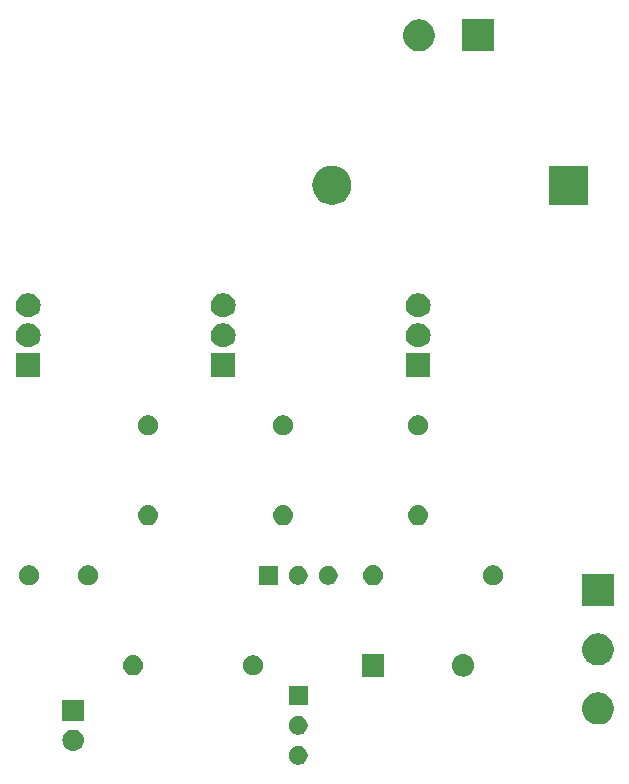
<source format=gbr>
G04 #@! TF.GenerationSoftware,KiCad,Pcbnew,(5.0.2)-1*
G04 #@! TF.CreationDate,2019-07-24T01:21:19+02:00*
G04 #@! TF.ProjectId,Cern2,4365726e-322e-46b6-9963-61645f706362,rev?*
G04 #@! TF.SameCoordinates,Original*
G04 #@! TF.FileFunction,Soldermask,Bot*
G04 #@! TF.FilePolarity,Negative*
%FSLAX46Y46*%
G04 Gerber Fmt 4.6, Leading zero omitted, Abs format (unit mm)*
G04 Created by KiCad (PCBNEW (5.0.2)-1) date 24/07/2019 01:21:19*
%MOMM*%
%LPD*%
G01*
G04 APERTURE LIST*
%ADD10C,0.100000*%
G04 APERTURE END LIST*
D10*
G36*
X92943643Y-86859781D02*
X93089415Y-86920162D01*
X93220611Y-87007824D01*
X93332176Y-87119389D01*
X93419838Y-87250585D01*
X93480219Y-87396357D01*
X93511000Y-87551107D01*
X93511000Y-87708893D01*
X93480219Y-87863643D01*
X93419838Y-88009415D01*
X93332176Y-88140611D01*
X93220611Y-88252176D01*
X93089415Y-88339838D01*
X92943643Y-88400219D01*
X92788893Y-88431000D01*
X92631107Y-88431000D01*
X92476357Y-88400219D01*
X92330585Y-88339838D01*
X92199389Y-88252176D01*
X92087824Y-88140611D01*
X92000162Y-88009415D01*
X91939781Y-87863643D01*
X91909000Y-87708893D01*
X91909000Y-87551107D01*
X91939781Y-87396357D01*
X92000162Y-87250585D01*
X92087824Y-87119389D01*
X92199389Y-87007824D01*
X92330585Y-86920162D01*
X92476357Y-86859781D01*
X92631107Y-86829000D01*
X92788893Y-86829000D01*
X92943643Y-86859781D01*
X92943643Y-86859781D01*
G37*
G36*
X73770442Y-85465518D02*
X73836627Y-85472037D01*
X73949853Y-85506384D01*
X74006467Y-85523557D01*
X74145087Y-85597652D01*
X74162991Y-85607222D01*
X74198729Y-85636552D01*
X74300186Y-85719814D01*
X74365858Y-85799837D01*
X74412778Y-85857009D01*
X74412779Y-85857011D01*
X74496443Y-86013533D01*
X74496443Y-86013534D01*
X74547963Y-86183373D01*
X74565359Y-86360000D01*
X74547963Y-86536627D01*
X74513616Y-86649853D01*
X74496443Y-86706467D01*
X74430947Y-86829000D01*
X74412778Y-86862991D01*
X74383448Y-86898729D01*
X74300186Y-87000186D01*
X74198729Y-87083448D01*
X74162991Y-87112778D01*
X74162989Y-87112779D01*
X74006467Y-87196443D01*
X73949853Y-87213616D01*
X73836627Y-87247963D01*
X73770442Y-87254482D01*
X73704260Y-87261000D01*
X73615740Y-87261000D01*
X73549558Y-87254482D01*
X73483373Y-87247963D01*
X73370147Y-87213616D01*
X73313533Y-87196443D01*
X73157011Y-87112779D01*
X73157009Y-87112778D01*
X73121271Y-87083448D01*
X73019814Y-87000186D01*
X72936552Y-86898729D01*
X72907222Y-86862991D01*
X72889053Y-86829000D01*
X72823557Y-86706467D01*
X72806384Y-86649853D01*
X72772037Y-86536627D01*
X72754641Y-86360000D01*
X72772037Y-86183373D01*
X72823557Y-86013534D01*
X72823557Y-86013533D01*
X72907221Y-85857011D01*
X72907222Y-85857009D01*
X72954142Y-85799837D01*
X73019814Y-85719814D01*
X73121271Y-85636552D01*
X73157009Y-85607222D01*
X73174913Y-85597652D01*
X73313533Y-85523557D01*
X73370147Y-85506384D01*
X73483373Y-85472037D01*
X73549558Y-85465518D01*
X73615740Y-85459000D01*
X73704260Y-85459000D01*
X73770442Y-85465518D01*
X73770442Y-85465518D01*
G37*
G36*
X92943643Y-84319781D02*
X93089415Y-84380162D01*
X93220611Y-84467824D01*
X93332176Y-84579389D01*
X93419838Y-84710585D01*
X93480219Y-84856357D01*
X93511000Y-85011107D01*
X93511000Y-85168893D01*
X93480219Y-85323643D01*
X93419838Y-85469415D01*
X93332176Y-85600611D01*
X93220611Y-85712176D01*
X93089415Y-85799838D01*
X92943643Y-85860219D01*
X92788893Y-85891000D01*
X92631107Y-85891000D01*
X92476357Y-85860219D01*
X92330585Y-85799838D01*
X92199389Y-85712176D01*
X92087824Y-85600611D01*
X92000162Y-85469415D01*
X91939781Y-85323643D01*
X91909000Y-85168893D01*
X91909000Y-85011107D01*
X91939781Y-84856357D01*
X92000162Y-84710585D01*
X92087824Y-84579389D01*
X92199389Y-84467824D01*
X92330585Y-84380162D01*
X92476357Y-84319781D01*
X92631107Y-84289000D01*
X92788893Y-84289000D01*
X92943643Y-84319781D01*
X92943643Y-84319781D01*
G37*
G36*
X118373567Y-82334959D02*
X118504072Y-82360918D01*
X118749939Y-82462759D01*
X118970464Y-82610110D01*
X118971215Y-82610612D01*
X119159388Y-82798785D01*
X119159390Y-82798788D01*
X119307241Y-83020061D01*
X119409082Y-83265928D01*
X119461000Y-83526938D01*
X119461000Y-83793062D01*
X119409082Y-84054072D01*
X119307241Y-84299939D01*
X119195064Y-84467822D01*
X119159388Y-84521215D01*
X118971215Y-84709388D01*
X118971212Y-84709390D01*
X118749939Y-84857241D01*
X118504072Y-84959082D01*
X118373567Y-84985041D01*
X118243063Y-85011000D01*
X117976937Y-85011000D01*
X117846433Y-84985041D01*
X117715928Y-84959082D01*
X117470061Y-84857241D01*
X117248788Y-84709390D01*
X117248785Y-84709388D01*
X117060612Y-84521215D01*
X117024936Y-84467822D01*
X116912759Y-84299939D01*
X116810918Y-84054072D01*
X116759000Y-83793062D01*
X116759000Y-83526938D01*
X116810918Y-83265928D01*
X116912759Y-83020061D01*
X117060610Y-82798788D01*
X117060612Y-82798785D01*
X117248785Y-82610612D01*
X117249536Y-82610110D01*
X117470061Y-82462759D01*
X117715928Y-82360918D01*
X117846433Y-82334959D01*
X117976937Y-82309000D01*
X118243063Y-82309000D01*
X118373567Y-82334959D01*
X118373567Y-82334959D01*
G37*
G36*
X74561000Y-84721000D02*
X72759000Y-84721000D01*
X72759000Y-82919000D01*
X74561000Y-82919000D01*
X74561000Y-84721000D01*
X74561000Y-84721000D01*
G37*
G36*
X93511000Y-83351000D02*
X91909000Y-83351000D01*
X91909000Y-81749000D01*
X93511000Y-81749000D01*
X93511000Y-83351000D01*
X93511000Y-83351000D01*
G37*
G36*
X106866425Y-79072760D02*
X106866428Y-79072761D01*
X106866429Y-79072761D01*
X107045693Y-79127140D01*
X107045695Y-79127141D01*
X107210905Y-79215448D01*
X107355712Y-79334288D01*
X107474552Y-79479095D01*
X107562859Y-79644305D01*
X107562860Y-79644307D01*
X107617239Y-79823571D01*
X107617240Y-79823575D01*
X107635601Y-80010000D01*
X107617240Y-80196425D01*
X107617239Y-80196428D01*
X107617239Y-80196429D01*
X107598493Y-80258228D01*
X107562859Y-80375695D01*
X107474552Y-80540905D01*
X107355712Y-80685712D01*
X107210905Y-80804552D01*
X107105299Y-80861000D01*
X107045693Y-80892860D01*
X106866429Y-80947239D01*
X106866428Y-80947239D01*
X106866425Y-80947240D01*
X106726718Y-80961000D01*
X106633282Y-80961000D01*
X106493575Y-80947240D01*
X106493572Y-80947239D01*
X106493571Y-80947239D01*
X106314307Y-80892860D01*
X106254701Y-80861000D01*
X106149095Y-80804552D01*
X106004288Y-80685712D01*
X105885448Y-80540905D01*
X105797141Y-80375695D01*
X105761508Y-80258228D01*
X105742761Y-80196429D01*
X105742761Y-80196428D01*
X105742760Y-80196425D01*
X105724399Y-80010000D01*
X105742760Y-79823575D01*
X105742761Y-79823571D01*
X105797140Y-79644307D01*
X105797141Y-79644305D01*
X105885448Y-79479095D01*
X106004288Y-79334288D01*
X106149095Y-79215448D01*
X106314305Y-79127141D01*
X106314307Y-79127140D01*
X106493571Y-79072761D01*
X106493572Y-79072761D01*
X106493575Y-79072760D01*
X106633282Y-79059000D01*
X106726718Y-79059000D01*
X106866425Y-79072760D01*
X106866425Y-79072760D01*
G37*
G36*
X100011000Y-80961000D02*
X98109000Y-80961000D01*
X98109000Y-79059000D01*
X100011000Y-79059000D01*
X100011000Y-80961000D01*
X100011000Y-80961000D01*
G37*
G36*
X89148228Y-79191703D02*
X89303100Y-79255853D01*
X89442481Y-79348985D01*
X89561015Y-79467519D01*
X89654147Y-79606900D01*
X89718297Y-79761772D01*
X89751000Y-79926184D01*
X89751000Y-80093816D01*
X89718297Y-80258228D01*
X89654147Y-80413100D01*
X89561015Y-80552481D01*
X89442481Y-80671015D01*
X89303100Y-80764147D01*
X89148228Y-80828297D01*
X88983816Y-80861000D01*
X88816184Y-80861000D01*
X88651772Y-80828297D01*
X88496900Y-80764147D01*
X88357519Y-80671015D01*
X88238985Y-80552481D01*
X88145853Y-80413100D01*
X88081703Y-80258228D01*
X88049000Y-80093816D01*
X88049000Y-79926184D01*
X88081703Y-79761772D01*
X88145853Y-79606900D01*
X88238985Y-79467519D01*
X88357519Y-79348985D01*
X88496900Y-79255853D01*
X88651772Y-79191703D01*
X88816184Y-79159000D01*
X88983816Y-79159000D01*
X89148228Y-79191703D01*
X89148228Y-79191703D01*
G37*
G36*
X78906821Y-79171313D02*
X78906824Y-79171314D01*
X78906825Y-79171314D01*
X79067239Y-79219975D01*
X79067241Y-79219976D01*
X79067244Y-79219977D01*
X79215078Y-79298995D01*
X79344659Y-79405341D01*
X79451005Y-79534922D01*
X79530023Y-79682756D01*
X79530024Y-79682759D01*
X79530025Y-79682761D01*
X79572739Y-79823571D01*
X79578687Y-79843179D01*
X79595117Y-80010000D01*
X79578687Y-80176821D01*
X79578686Y-80176824D01*
X79578686Y-80176825D01*
X79553993Y-80258228D01*
X79530023Y-80337244D01*
X79451005Y-80485078D01*
X79344659Y-80614659D01*
X79215078Y-80721005D01*
X79067244Y-80800023D01*
X79067241Y-80800024D01*
X79067239Y-80800025D01*
X78906825Y-80848686D01*
X78906824Y-80848686D01*
X78906821Y-80848687D01*
X78781804Y-80861000D01*
X78698196Y-80861000D01*
X78573179Y-80848687D01*
X78573176Y-80848686D01*
X78573175Y-80848686D01*
X78412761Y-80800025D01*
X78412759Y-80800024D01*
X78412756Y-80800023D01*
X78264922Y-80721005D01*
X78135341Y-80614659D01*
X78028995Y-80485078D01*
X77949977Y-80337244D01*
X77926008Y-80258228D01*
X77901314Y-80176825D01*
X77901314Y-80176824D01*
X77901313Y-80176821D01*
X77884883Y-80010000D01*
X77901313Y-79843179D01*
X77907261Y-79823571D01*
X77949975Y-79682761D01*
X77949976Y-79682759D01*
X77949977Y-79682756D01*
X78028995Y-79534922D01*
X78135341Y-79405341D01*
X78264922Y-79298995D01*
X78412756Y-79219977D01*
X78412759Y-79219976D01*
X78412761Y-79219975D01*
X78573175Y-79171314D01*
X78573176Y-79171314D01*
X78573179Y-79171313D01*
X78698196Y-79159000D01*
X78781804Y-79159000D01*
X78906821Y-79171313D01*
X78906821Y-79171313D01*
G37*
G36*
X118373567Y-77334959D02*
X118504072Y-77360918D01*
X118749939Y-77462759D01*
X118970464Y-77610110D01*
X118971215Y-77610612D01*
X119159388Y-77798785D01*
X119159390Y-77798788D01*
X119307241Y-78020061D01*
X119409082Y-78265928D01*
X119461000Y-78526938D01*
X119461000Y-78793062D01*
X119409082Y-79054072D01*
X119307241Y-79299939D01*
X119159890Y-79520464D01*
X119159388Y-79521215D01*
X118971215Y-79709388D01*
X118971212Y-79709390D01*
X118749939Y-79857241D01*
X118504072Y-79959082D01*
X118373567Y-79985041D01*
X118243063Y-80011000D01*
X117976937Y-80011000D01*
X117846433Y-79985041D01*
X117715928Y-79959082D01*
X117470061Y-79857241D01*
X117248788Y-79709390D01*
X117248785Y-79709388D01*
X117060612Y-79521215D01*
X117060110Y-79520464D01*
X116912759Y-79299939D01*
X116810918Y-79054072D01*
X116759000Y-78793062D01*
X116759000Y-78526938D01*
X116810918Y-78265928D01*
X116912759Y-78020061D01*
X117060610Y-77798788D01*
X117060612Y-77798785D01*
X117248785Y-77610612D01*
X117249536Y-77610110D01*
X117470061Y-77462759D01*
X117715928Y-77360918D01*
X117846433Y-77334959D01*
X117976937Y-77309000D01*
X118243063Y-77309000D01*
X118373567Y-77334959D01*
X118373567Y-77334959D01*
G37*
G36*
X119461000Y-75011000D02*
X116759000Y-75011000D01*
X116759000Y-72309000D01*
X119461000Y-72309000D01*
X119461000Y-75011000D01*
X119461000Y-75011000D01*
G37*
G36*
X109468228Y-71571703D02*
X109623100Y-71635853D01*
X109762481Y-71728985D01*
X109881015Y-71847519D01*
X109974147Y-71986900D01*
X110038297Y-72141772D01*
X110071000Y-72306184D01*
X110071000Y-72473816D01*
X110038297Y-72638228D01*
X109974147Y-72793100D01*
X109881015Y-72932481D01*
X109762481Y-73051015D01*
X109623100Y-73144147D01*
X109468228Y-73208297D01*
X109303816Y-73241000D01*
X109136184Y-73241000D01*
X108971772Y-73208297D01*
X108816900Y-73144147D01*
X108677519Y-73051015D01*
X108558985Y-72932481D01*
X108465853Y-72793100D01*
X108401703Y-72638228D01*
X108369000Y-72473816D01*
X108369000Y-72306184D01*
X108401703Y-72141772D01*
X108465853Y-71986900D01*
X108558985Y-71847519D01*
X108677519Y-71728985D01*
X108816900Y-71635853D01*
X108971772Y-71571703D01*
X109136184Y-71539000D01*
X109303816Y-71539000D01*
X109468228Y-71571703D01*
X109468228Y-71571703D01*
G37*
G36*
X99226821Y-71551313D02*
X99226824Y-71551314D01*
X99226825Y-71551314D01*
X99387239Y-71599975D01*
X99387241Y-71599976D01*
X99387244Y-71599977D01*
X99535078Y-71678995D01*
X99664659Y-71785341D01*
X99771005Y-71914922D01*
X99850023Y-72062756D01*
X99850024Y-72062759D01*
X99850025Y-72062761D01*
X99878417Y-72156357D01*
X99898687Y-72223179D01*
X99915117Y-72390000D01*
X99898687Y-72556821D01*
X99898686Y-72556824D01*
X99898686Y-72556825D01*
X99873993Y-72638228D01*
X99850023Y-72717244D01*
X99771005Y-72865078D01*
X99664659Y-72994659D01*
X99535078Y-73101005D01*
X99387244Y-73180023D01*
X99387241Y-73180024D01*
X99387239Y-73180025D01*
X99226825Y-73228686D01*
X99226824Y-73228686D01*
X99226821Y-73228687D01*
X99101804Y-73241000D01*
X99018196Y-73241000D01*
X98893179Y-73228687D01*
X98893176Y-73228686D01*
X98893175Y-73228686D01*
X98732761Y-73180025D01*
X98732759Y-73180024D01*
X98732756Y-73180023D01*
X98584922Y-73101005D01*
X98455341Y-72994659D01*
X98348995Y-72865078D01*
X98269977Y-72717244D01*
X98246008Y-72638228D01*
X98221314Y-72556825D01*
X98221314Y-72556824D01*
X98221313Y-72556821D01*
X98204883Y-72390000D01*
X98221313Y-72223179D01*
X98241583Y-72156357D01*
X98269975Y-72062761D01*
X98269976Y-72062759D01*
X98269977Y-72062756D01*
X98348995Y-71914922D01*
X98455341Y-71785341D01*
X98584922Y-71678995D01*
X98732756Y-71599977D01*
X98732759Y-71599976D01*
X98732761Y-71599975D01*
X98893175Y-71551314D01*
X98893176Y-71551314D01*
X98893179Y-71551313D01*
X99018196Y-71539000D01*
X99101804Y-71539000D01*
X99226821Y-71551313D01*
X99226821Y-71551313D01*
G37*
G36*
X75178228Y-71571703D02*
X75333100Y-71635853D01*
X75472481Y-71728985D01*
X75591015Y-71847519D01*
X75684147Y-71986900D01*
X75748297Y-72141772D01*
X75781000Y-72306184D01*
X75781000Y-72473816D01*
X75748297Y-72638228D01*
X75684147Y-72793100D01*
X75591015Y-72932481D01*
X75472481Y-73051015D01*
X75333100Y-73144147D01*
X75178228Y-73208297D01*
X75013816Y-73241000D01*
X74846184Y-73241000D01*
X74681772Y-73208297D01*
X74526900Y-73144147D01*
X74387519Y-73051015D01*
X74268985Y-72932481D01*
X74175853Y-72793100D01*
X74111703Y-72638228D01*
X74079000Y-72473816D01*
X74079000Y-72306184D01*
X74111703Y-72141772D01*
X74175853Y-71986900D01*
X74268985Y-71847519D01*
X74387519Y-71728985D01*
X74526900Y-71635853D01*
X74681772Y-71571703D01*
X74846184Y-71539000D01*
X75013816Y-71539000D01*
X75178228Y-71571703D01*
X75178228Y-71571703D01*
G37*
G36*
X70178228Y-71571703D02*
X70333100Y-71635853D01*
X70472481Y-71728985D01*
X70591015Y-71847519D01*
X70684147Y-71986900D01*
X70748297Y-72141772D01*
X70781000Y-72306184D01*
X70781000Y-72473816D01*
X70748297Y-72638228D01*
X70684147Y-72793100D01*
X70591015Y-72932481D01*
X70472481Y-73051015D01*
X70333100Y-73144147D01*
X70178228Y-73208297D01*
X70013816Y-73241000D01*
X69846184Y-73241000D01*
X69681772Y-73208297D01*
X69526900Y-73144147D01*
X69387519Y-73051015D01*
X69268985Y-72932481D01*
X69175853Y-72793100D01*
X69111703Y-72638228D01*
X69079000Y-72473816D01*
X69079000Y-72306184D01*
X69111703Y-72141772D01*
X69175853Y-71986900D01*
X69268985Y-71847519D01*
X69387519Y-71728985D01*
X69526900Y-71635853D01*
X69681772Y-71571703D01*
X69846184Y-71539000D01*
X70013816Y-71539000D01*
X70178228Y-71571703D01*
X70178228Y-71571703D01*
G37*
G36*
X95483643Y-71619781D02*
X95629415Y-71680162D01*
X95760611Y-71767824D01*
X95872176Y-71879389D01*
X95959838Y-72010585D01*
X96020219Y-72156357D01*
X96051000Y-72311107D01*
X96051000Y-72468893D01*
X96020219Y-72623643D01*
X95959838Y-72769415D01*
X95872176Y-72900611D01*
X95760611Y-73012176D01*
X95629415Y-73099838D01*
X95483643Y-73160219D01*
X95328893Y-73191000D01*
X95171107Y-73191000D01*
X95016357Y-73160219D01*
X94870585Y-73099838D01*
X94739389Y-73012176D01*
X94627824Y-72900611D01*
X94540162Y-72769415D01*
X94479781Y-72623643D01*
X94449000Y-72468893D01*
X94449000Y-72311107D01*
X94479781Y-72156357D01*
X94540162Y-72010585D01*
X94627824Y-71879389D01*
X94739389Y-71767824D01*
X94870585Y-71680162D01*
X95016357Y-71619781D01*
X95171107Y-71589000D01*
X95328893Y-71589000D01*
X95483643Y-71619781D01*
X95483643Y-71619781D01*
G37*
G36*
X92943643Y-71619781D02*
X93089415Y-71680162D01*
X93220611Y-71767824D01*
X93332176Y-71879389D01*
X93419838Y-72010585D01*
X93480219Y-72156357D01*
X93511000Y-72311107D01*
X93511000Y-72468893D01*
X93480219Y-72623643D01*
X93419838Y-72769415D01*
X93332176Y-72900611D01*
X93220611Y-73012176D01*
X93089415Y-73099838D01*
X92943643Y-73160219D01*
X92788893Y-73191000D01*
X92631107Y-73191000D01*
X92476357Y-73160219D01*
X92330585Y-73099838D01*
X92199389Y-73012176D01*
X92087824Y-72900611D01*
X92000162Y-72769415D01*
X91939781Y-72623643D01*
X91909000Y-72468893D01*
X91909000Y-72311107D01*
X91939781Y-72156357D01*
X92000162Y-72010585D01*
X92087824Y-71879389D01*
X92199389Y-71767824D01*
X92330585Y-71680162D01*
X92476357Y-71619781D01*
X92631107Y-71589000D01*
X92788893Y-71589000D01*
X92943643Y-71619781D01*
X92943643Y-71619781D01*
G37*
G36*
X90971000Y-73191000D02*
X89369000Y-73191000D01*
X89369000Y-71589000D01*
X90971000Y-71589000D01*
X90971000Y-73191000D01*
X90971000Y-73191000D01*
G37*
G36*
X80176821Y-66471313D02*
X80176824Y-66471314D01*
X80176825Y-66471314D01*
X80337239Y-66519975D01*
X80337241Y-66519976D01*
X80337244Y-66519977D01*
X80485078Y-66598995D01*
X80614659Y-66705341D01*
X80721005Y-66834922D01*
X80800023Y-66982756D01*
X80848687Y-67143179D01*
X80865117Y-67310000D01*
X80848687Y-67476821D01*
X80800023Y-67637244D01*
X80721005Y-67785078D01*
X80614659Y-67914659D01*
X80485078Y-68021005D01*
X80337244Y-68100023D01*
X80337241Y-68100024D01*
X80337239Y-68100025D01*
X80176825Y-68148686D01*
X80176824Y-68148686D01*
X80176821Y-68148687D01*
X80051804Y-68161000D01*
X79968196Y-68161000D01*
X79843179Y-68148687D01*
X79843176Y-68148686D01*
X79843175Y-68148686D01*
X79682761Y-68100025D01*
X79682759Y-68100024D01*
X79682756Y-68100023D01*
X79534922Y-68021005D01*
X79405341Y-67914659D01*
X79298995Y-67785078D01*
X79219977Y-67637244D01*
X79171313Y-67476821D01*
X79154883Y-67310000D01*
X79171313Y-67143179D01*
X79219977Y-66982756D01*
X79298995Y-66834922D01*
X79405341Y-66705341D01*
X79534922Y-66598995D01*
X79682756Y-66519977D01*
X79682759Y-66519976D01*
X79682761Y-66519975D01*
X79843175Y-66471314D01*
X79843176Y-66471314D01*
X79843179Y-66471313D01*
X79968196Y-66459000D01*
X80051804Y-66459000D01*
X80176821Y-66471313D01*
X80176821Y-66471313D01*
G37*
G36*
X91606821Y-66471313D02*
X91606824Y-66471314D01*
X91606825Y-66471314D01*
X91767239Y-66519975D01*
X91767241Y-66519976D01*
X91767244Y-66519977D01*
X91915078Y-66598995D01*
X92044659Y-66705341D01*
X92151005Y-66834922D01*
X92230023Y-66982756D01*
X92278687Y-67143179D01*
X92295117Y-67310000D01*
X92278687Y-67476821D01*
X92230023Y-67637244D01*
X92151005Y-67785078D01*
X92044659Y-67914659D01*
X91915078Y-68021005D01*
X91767244Y-68100023D01*
X91767241Y-68100024D01*
X91767239Y-68100025D01*
X91606825Y-68148686D01*
X91606824Y-68148686D01*
X91606821Y-68148687D01*
X91481804Y-68161000D01*
X91398196Y-68161000D01*
X91273179Y-68148687D01*
X91273176Y-68148686D01*
X91273175Y-68148686D01*
X91112761Y-68100025D01*
X91112759Y-68100024D01*
X91112756Y-68100023D01*
X90964922Y-68021005D01*
X90835341Y-67914659D01*
X90728995Y-67785078D01*
X90649977Y-67637244D01*
X90601313Y-67476821D01*
X90584883Y-67310000D01*
X90601313Y-67143179D01*
X90649977Y-66982756D01*
X90728995Y-66834922D01*
X90835341Y-66705341D01*
X90964922Y-66598995D01*
X91112756Y-66519977D01*
X91112759Y-66519976D01*
X91112761Y-66519975D01*
X91273175Y-66471314D01*
X91273176Y-66471314D01*
X91273179Y-66471313D01*
X91398196Y-66459000D01*
X91481804Y-66459000D01*
X91606821Y-66471313D01*
X91606821Y-66471313D01*
G37*
G36*
X103036821Y-66471313D02*
X103036824Y-66471314D01*
X103036825Y-66471314D01*
X103197239Y-66519975D01*
X103197241Y-66519976D01*
X103197244Y-66519977D01*
X103345078Y-66598995D01*
X103474659Y-66705341D01*
X103581005Y-66834922D01*
X103660023Y-66982756D01*
X103708687Y-67143179D01*
X103725117Y-67310000D01*
X103708687Y-67476821D01*
X103660023Y-67637244D01*
X103581005Y-67785078D01*
X103474659Y-67914659D01*
X103345078Y-68021005D01*
X103197244Y-68100023D01*
X103197241Y-68100024D01*
X103197239Y-68100025D01*
X103036825Y-68148686D01*
X103036824Y-68148686D01*
X103036821Y-68148687D01*
X102911804Y-68161000D01*
X102828196Y-68161000D01*
X102703179Y-68148687D01*
X102703176Y-68148686D01*
X102703175Y-68148686D01*
X102542761Y-68100025D01*
X102542759Y-68100024D01*
X102542756Y-68100023D01*
X102394922Y-68021005D01*
X102265341Y-67914659D01*
X102158995Y-67785078D01*
X102079977Y-67637244D01*
X102031313Y-67476821D01*
X102014883Y-67310000D01*
X102031313Y-67143179D01*
X102079977Y-66982756D01*
X102158995Y-66834922D01*
X102265341Y-66705341D01*
X102394922Y-66598995D01*
X102542756Y-66519977D01*
X102542759Y-66519976D01*
X102542761Y-66519975D01*
X102703175Y-66471314D01*
X102703176Y-66471314D01*
X102703179Y-66471313D01*
X102828196Y-66459000D01*
X102911804Y-66459000D01*
X103036821Y-66471313D01*
X103036821Y-66471313D01*
G37*
G36*
X91688228Y-58871703D02*
X91843100Y-58935853D01*
X91982481Y-59028985D01*
X92101015Y-59147519D01*
X92194147Y-59286900D01*
X92258297Y-59441772D01*
X92291000Y-59606184D01*
X92291000Y-59773816D01*
X92258297Y-59938228D01*
X92194147Y-60093100D01*
X92101015Y-60232481D01*
X91982481Y-60351015D01*
X91843100Y-60444147D01*
X91688228Y-60508297D01*
X91523816Y-60541000D01*
X91356184Y-60541000D01*
X91191772Y-60508297D01*
X91036900Y-60444147D01*
X90897519Y-60351015D01*
X90778985Y-60232481D01*
X90685853Y-60093100D01*
X90621703Y-59938228D01*
X90589000Y-59773816D01*
X90589000Y-59606184D01*
X90621703Y-59441772D01*
X90685853Y-59286900D01*
X90778985Y-59147519D01*
X90897519Y-59028985D01*
X91036900Y-58935853D01*
X91191772Y-58871703D01*
X91356184Y-58839000D01*
X91523816Y-58839000D01*
X91688228Y-58871703D01*
X91688228Y-58871703D01*
G37*
G36*
X103118228Y-58871703D02*
X103273100Y-58935853D01*
X103412481Y-59028985D01*
X103531015Y-59147519D01*
X103624147Y-59286900D01*
X103688297Y-59441772D01*
X103721000Y-59606184D01*
X103721000Y-59773816D01*
X103688297Y-59938228D01*
X103624147Y-60093100D01*
X103531015Y-60232481D01*
X103412481Y-60351015D01*
X103273100Y-60444147D01*
X103118228Y-60508297D01*
X102953816Y-60541000D01*
X102786184Y-60541000D01*
X102621772Y-60508297D01*
X102466900Y-60444147D01*
X102327519Y-60351015D01*
X102208985Y-60232481D01*
X102115853Y-60093100D01*
X102051703Y-59938228D01*
X102019000Y-59773816D01*
X102019000Y-59606184D01*
X102051703Y-59441772D01*
X102115853Y-59286900D01*
X102208985Y-59147519D01*
X102327519Y-59028985D01*
X102466900Y-58935853D01*
X102621772Y-58871703D01*
X102786184Y-58839000D01*
X102953816Y-58839000D01*
X103118228Y-58871703D01*
X103118228Y-58871703D01*
G37*
G36*
X80258228Y-58871703D02*
X80413100Y-58935853D01*
X80552481Y-59028985D01*
X80671015Y-59147519D01*
X80764147Y-59286900D01*
X80828297Y-59441772D01*
X80861000Y-59606184D01*
X80861000Y-59773816D01*
X80828297Y-59938228D01*
X80764147Y-60093100D01*
X80671015Y-60232481D01*
X80552481Y-60351015D01*
X80413100Y-60444147D01*
X80258228Y-60508297D01*
X80093816Y-60541000D01*
X79926184Y-60541000D01*
X79761772Y-60508297D01*
X79606900Y-60444147D01*
X79467519Y-60351015D01*
X79348985Y-60232481D01*
X79255853Y-60093100D01*
X79191703Y-59938228D01*
X79159000Y-59773816D01*
X79159000Y-59606184D01*
X79191703Y-59441772D01*
X79255853Y-59286900D01*
X79348985Y-59147519D01*
X79467519Y-59028985D01*
X79606900Y-58935853D01*
X79761772Y-58871703D01*
X79926184Y-58839000D01*
X80093816Y-58839000D01*
X80258228Y-58871703D01*
X80258228Y-58871703D01*
G37*
G36*
X103921000Y-55613500D02*
X101819000Y-55613500D01*
X101819000Y-53606500D01*
X103921000Y-53606500D01*
X103921000Y-55613500D01*
X103921000Y-55613500D01*
G37*
G36*
X87411000Y-55613500D02*
X85309000Y-55613500D01*
X85309000Y-53606500D01*
X87411000Y-53606500D01*
X87411000Y-55613500D01*
X87411000Y-55613500D01*
G37*
G36*
X70901000Y-55613500D02*
X68799000Y-55613500D01*
X68799000Y-53606500D01*
X70901000Y-53606500D01*
X70901000Y-55613500D01*
X70901000Y-55613500D01*
G37*
G36*
X70005764Y-51072308D02*
X70094220Y-51081020D01*
X70283381Y-51138401D01*
X70457712Y-51231583D01*
X70610515Y-51356985D01*
X70735917Y-51509788D01*
X70829099Y-51684119D01*
X70886480Y-51873280D01*
X70905855Y-52070000D01*
X70886480Y-52266720D01*
X70829099Y-52455881D01*
X70735917Y-52630212D01*
X70610515Y-52783015D01*
X70457712Y-52908417D01*
X70283381Y-53001599D01*
X70094220Y-53058980D01*
X70005764Y-53067692D01*
X69946796Y-53073500D01*
X69753204Y-53073500D01*
X69694236Y-53067692D01*
X69605780Y-53058980D01*
X69416619Y-53001599D01*
X69242288Y-52908417D01*
X69089485Y-52783015D01*
X68964083Y-52630212D01*
X68870901Y-52455881D01*
X68813520Y-52266720D01*
X68794145Y-52070000D01*
X68813520Y-51873280D01*
X68870901Y-51684119D01*
X68964083Y-51509788D01*
X69089485Y-51356985D01*
X69242288Y-51231583D01*
X69416619Y-51138401D01*
X69605780Y-51081020D01*
X69694236Y-51072308D01*
X69753204Y-51066500D01*
X69946796Y-51066500D01*
X70005764Y-51072308D01*
X70005764Y-51072308D01*
G37*
G36*
X103025764Y-51072308D02*
X103114220Y-51081020D01*
X103303381Y-51138401D01*
X103477712Y-51231583D01*
X103630515Y-51356985D01*
X103755917Y-51509788D01*
X103849099Y-51684119D01*
X103906480Y-51873280D01*
X103925855Y-52070000D01*
X103906480Y-52266720D01*
X103849099Y-52455881D01*
X103755917Y-52630212D01*
X103630515Y-52783015D01*
X103477712Y-52908417D01*
X103303381Y-53001599D01*
X103114220Y-53058980D01*
X103025764Y-53067692D01*
X102966796Y-53073500D01*
X102773204Y-53073500D01*
X102714236Y-53067692D01*
X102625780Y-53058980D01*
X102436619Y-53001599D01*
X102262288Y-52908417D01*
X102109485Y-52783015D01*
X101984083Y-52630212D01*
X101890901Y-52455881D01*
X101833520Y-52266720D01*
X101814145Y-52070000D01*
X101833520Y-51873280D01*
X101890901Y-51684119D01*
X101984083Y-51509788D01*
X102109485Y-51356985D01*
X102262288Y-51231583D01*
X102436619Y-51138401D01*
X102625780Y-51081020D01*
X102714236Y-51072308D01*
X102773204Y-51066500D01*
X102966796Y-51066500D01*
X103025764Y-51072308D01*
X103025764Y-51072308D01*
G37*
G36*
X86515764Y-51072308D02*
X86604220Y-51081020D01*
X86793381Y-51138401D01*
X86967712Y-51231583D01*
X87120515Y-51356985D01*
X87245917Y-51509788D01*
X87339099Y-51684119D01*
X87396480Y-51873280D01*
X87415855Y-52070000D01*
X87396480Y-52266720D01*
X87339099Y-52455881D01*
X87245917Y-52630212D01*
X87120515Y-52783015D01*
X86967712Y-52908417D01*
X86793381Y-53001599D01*
X86604220Y-53058980D01*
X86515764Y-53067692D01*
X86456796Y-53073500D01*
X86263204Y-53073500D01*
X86204236Y-53067692D01*
X86115780Y-53058980D01*
X85926619Y-53001599D01*
X85752288Y-52908417D01*
X85599485Y-52783015D01*
X85474083Y-52630212D01*
X85380901Y-52455881D01*
X85323520Y-52266720D01*
X85304145Y-52070000D01*
X85323520Y-51873280D01*
X85380901Y-51684119D01*
X85474083Y-51509788D01*
X85599485Y-51356985D01*
X85752288Y-51231583D01*
X85926619Y-51138401D01*
X86115780Y-51081020D01*
X86204236Y-51072308D01*
X86263204Y-51066500D01*
X86456796Y-51066500D01*
X86515764Y-51072308D01*
X86515764Y-51072308D01*
G37*
G36*
X103025764Y-48532308D02*
X103114220Y-48541020D01*
X103303381Y-48598401D01*
X103477712Y-48691583D01*
X103630515Y-48816985D01*
X103755917Y-48969788D01*
X103849099Y-49144119D01*
X103906480Y-49333280D01*
X103925855Y-49530000D01*
X103906480Y-49726720D01*
X103849099Y-49915881D01*
X103755917Y-50090212D01*
X103630515Y-50243015D01*
X103477712Y-50368417D01*
X103303381Y-50461599D01*
X103114220Y-50518980D01*
X103025764Y-50527692D01*
X102966796Y-50533500D01*
X102773204Y-50533500D01*
X102714236Y-50527692D01*
X102625780Y-50518980D01*
X102436619Y-50461599D01*
X102262288Y-50368417D01*
X102109485Y-50243015D01*
X101984083Y-50090212D01*
X101890901Y-49915881D01*
X101833520Y-49726720D01*
X101814145Y-49530000D01*
X101833520Y-49333280D01*
X101890901Y-49144119D01*
X101984083Y-48969788D01*
X102109485Y-48816985D01*
X102262288Y-48691583D01*
X102436619Y-48598401D01*
X102625780Y-48541020D01*
X102714236Y-48532308D01*
X102773204Y-48526500D01*
X102966796Y-48526500D01*
X103025764Y-48532308D01*
X103025764Y-48532308D01*
G37*
G36*
X86515764Y-48532308D02*
X86604220Y-48541020D01*
X86793381Y-48598401D01*
X86967712Y-48691583D01*
X87120515Y-48816985D01*
X87245917Y-48969788D01*
X87339099Y-49144119D01*
X87396480Y-49333280D01*
X87415855Y-49530000D01*
X87396480Y-49726720D01*
X87339099Y-49915881D01*
X87245917Y-50090212D01*
X87120515Y-50243015D01*
X86967712Y-50368417D01*
X86793381Y-50461599D01*
X86604220Y-50518980D01*
X86515764Y-50527692D01*
X86456796Y-50533500D01*
X86263204Y-50533500D01*
X86204236Y-50527692D01*
X86115780Y-50518980D01*
X85926619Y-50461599D01*
X85752288Y-50368417D01*
X85599485Y-50243015D01*
X85474083Y-50090212D01*
X85380901Y-49915881D01*
X85323520Y-49726720D01*
X85304145Y-49530000D01*
X85323520Y-49333280D01*
X85380901Y-49144119D01*
X85474083Y-48969788D01*
X85599485Y-48816985D01*
X85752288Y-48691583D01*
X85926619Y-48598401D01*
X86115780Y-48541020D01*
X86204236Y-48532308D01*
X86263204Y-48526500D01*
X86456796Y-48526500D01*
X86515764Y-48532308D01*
X86515764Y-48532308D01*
G37*
G36*
X70005764Y-48532308D02*
X70094220Y-48541020D01*
X70283381Y-48598401D01*
X70457712Y-48691583D01*
X70610515Y-48816985D01*
X70735917Y-48969788D01*
X70829099Y-49144119D01*
X70886480Y-49333280D01*
X70905855Y-49530000D01*
X70886480Y-49726720D01*
X70829099Y-49915881D01*
X70735917Y-50090212D01*
X70610515Y-50243015D01*
X70457712Y-50368417D01*
X70283381Y-50461599D01*
X70094220Y-50518980D01*
X70005764Y-50527692D01*
X69946796Y-50533500D01*
X69753204Y-50533500D01*
X69694236Y-50527692D01*
X69605780Y-50518980D01*
X69416619Y-50461599D01*
X69242288Y-50368417D01*
X69089485Y-50243015D01*
X68964083Y-50090212D01*
X68870901Y-49915881D01*
X68813520Y-49726720D01*
X68794145Y-49530000D01*
X68813520Y-49333280D01*
X68870901Y-49144119D01*
X68964083Y-48969788D01*
X69089485Y-48816985D01*
X69242288Y-48691583D01*
X69416619Y-48598401D01*
X69605780Y-48541020D01*
X69694236Y-48532308D01*
X69753204Y-48526500D01*
X69946796Y-48526500D01*
X70005764Y-48532308D01*
X70005764Y-48532308D01*
G37*
G36*
X95893654Y-37742888D02*
X96204865Y-37837294D01*
X96491686Y-37990603D01*
X96743082Y-38196918D01*
X96949397Y-38448314D01*
X97102706Y-38735135D01*
X97197112Y-39046346D01*
X97228988Y-39370000D01*
X97197112Y-39693654D01*
X97102706Y-40004865D01*
X96949397Y-40291686D01*
X96743082Y-40543082D01*
X96491686Y-40749397D01*
X96204865Y-40902706D01*
X95893654Y-40997112D01*
X95651107Y-41021000D01*
X95488893Y-41021000D01*
X95246346Y-40997112D01*
X94935135Y-40902706D01*
X94648314Y-40749397D01*
X94396918Y-40543082D01*
X94190603Y-40291686D01*
X94037294Y-40004865D01*
X93942888Y-39693654D01*
X93911012Y-39370000D01*
X93942888Y-39046346D01*
X94037294Y-38735135D01*
X94190603Y-38448314D01*
X94396918Y-38196918D01*
X94648314Y-37990603D01*
X94935135Y-37837294D01*
X95246346Y-37742888D01*
X95488893Y-37719000D01*
X95651107Y-37719000D01*
X95893654Y-37742888D01*
X95893654Y-37742888D01*
G37*
G36*
X117221000Y-41021000D02*
X113919000Y-41021000D01*
X113919000Y-37719000D01*
X117221000Y-37719000D01*
X117221000Y-41021000D01*
X117221000Y-41021000D01*
G37*
G36*
X103213567Y-25344959D02*
X103344072Y-25370918D01*
X103589939Y-25472759D01*
X103810464Y-25620110D01*
X103811215Y-25620612D01*
X103999388Y-25808785D01*
X103999390Y-25808788D01*
X104147241Y-26030061D01*
X104249082Y-26275928D01*
X104301000Y-26536938D01*
X104301000Y-26803062D01*
X104249082Y-27064072D01*
X104147241Y-27309939D01*
X103999890Y-27530464D01*
X103999388Y-27531215D01*
X103811215Y-27719388D01*
X103811212Y-27719390D01*
X103589939Y-27867241D01*
X103344072Y-27969082D01*
X103213567Y-27995041D01*
X103083063Y-28021000D01*
X102816937Y-28021000D01*
X102686433Y-27995041D01*
X102555928Y-27969082D01*
X102310061Y-27867241D01*
X102088788Y-27719390D01*
X102088785Y-27719388D01*
X101900612Y-27531215D01*
X101900110Y-27530464D01*
X101752759Y-27309939D01*
X101650918Y-27064072D01*
X101599000Y-26803062D01*
X101599000Y-26536938D01*
X101650918Y-26275928D01*
X101752759Y-26030061D01*
X101900610Y-25808788D01*
X101900612Y-25808785D01*
X102088785Y-25620612D01*
X102089536Y-25620110D01*
X102310061Y-25472759D01*
X102555928Y-25370918D01*
X102686433Y-25344959D01*
X102816937Y-25319000D01*
X103083063Y-25319000D01*
X103213567Y-25344959D01*
X103213567Y-25344959D01*
G37*
G36*
X109301000Y-28021000D02*
X106599000Y-28021000D01*
X106599000Y-25319000D01*
X109301000Y-25319000D01*
X109301000Y-28021000D01*
X109301000Y-28021000D01*
G37*
M02*

</source>
